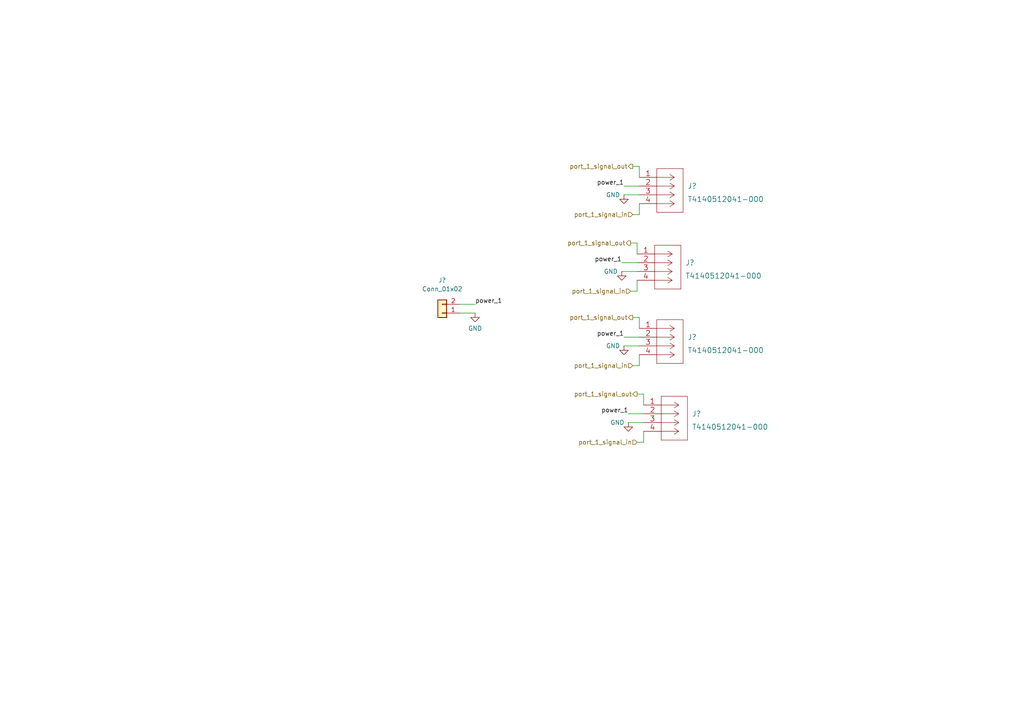
<source format=kicad_sch>
(kicad_sch (version 20211123) (generator eeschema)

  (uuid 518dfcbd-e43f-43be-88b4-a611d2122383)

  (paper "A4")

  (lib_symbols
    (symbol "Connector_Generic:Conn_01x02" (pin_names (offset 1.016) hide) (in_bom yes) (on_board yes)
      (property "Reference" "J" (id 0) (at 0 2.54 0)
        (effects (font (size 1.27 1.27)))
      )
      (property "Value" "Conn_01x02" (id 1) (at 0 -5.08 0)
        (effects (font (size 1.27 1.27)))
      )
      (property "Footprint" "" (id 2) (at 0 0 0)
        (effects (font (size 1.27 1.27)) hide)
      )
      (property "Datasheet" "~" (id 3) (at 0 0 0)
        (effects (font (size 1.27 1.27)) hide)
      )
      (property "ki_keywords" "connector" (id 4) (at 0 0 0)
        (effects (font (size 1.27 1.27)) hide)
      )
      (property "ki_description" "Generic connector, single row, 01x02, script generated (kicad-library-utils/schlib/autogen/connector/)" (id 5) (at 0 0 0)
        (effects (font (size 1.27 1.27)) hide)
      )
      (property "ki_fp_filters" "Connector*:*_1x??_*" (id 6) (at 0 0 0)
        (effects (font (size 1.27 1.27)) hide)
      )
      (symbol "Conn_01x02_1_1"
        (rectangle (start -1.27 -2.413) (end 0 -2.667)
          (stroke (width 0.1524) (type default) (color 0 0 0 0))
          (fill (type none))
        )
        (rectangle (start -1.27 0.127) (end 0 -0.127)
          (stroke (width 0.1524) (type default) (color 0 0 0 0))
          (fill (type none))
        )
        (rectangle (start -1.27 1.27) (end 1.27 -3.81)
          (stroke (width 0.254) (type default) (color 0 0 0 0))
          (fill (type background))
        )
        (pin passive line (at -5.08 0 0) (length 3.81)
          (name "Pin_1" (effects (font (size 1.27 1.27))))
          (number "1" (effects (font (size 1.27 1.27))))
        )
        (pin passive line (at -5.08 -2.54 0) (length 3.81)
          (name "Pin_2" (effects (font (size 1.27 1.27))))
          (number "2" (effects (font (size 1.27 1.27))))
        )
      )
    )
    (symbol "TE_Connectivity:T4140512041-000" (pin_names (offset 0.254) hide) (in_bom yes) (on_board yes)
      (property "Reference" "J" (id 0) (at 8.89 6.35 0)
        (effects (font (size 1.524 1.524)))
      )
      (property "Value" "T4140512041-000" (id 1) (at 8.89 -12.7 0)
        (effects (font (size 1.524 1.524)))
      )
      (property "Footprint" "CONN4_T4140512041" (id 2) (at 8.89 10.16 0)
        (effects (font (size 1.524 1.524)) hide)
      )
      (property "Datasheet" "" (id 3) (at 0 0 0)
        (effects (font (size 1.524 1.524)))
      )
      (property "ki_locked" "" (id 4) (at 0 0 0)
        (effects (font (size 1.27 1.27)))
      )
      (property "ki_fp_filters" "CONN4_T4140512041" (id 5) (at 0 0 0)
        (effects (font (size 1.27 1.27)) hide)
      )
      (symbol "T4140512041-000_1_1"
        (polyline
          (pts
            (xy 5.08 -10.16)
            (xy 12.7 -10.16)
          )
          (stroke (width 0.127) (type default) (color 0 0 0 0))
          (fill (type none))
        )
        (polyline
          (pts
            (xy 5.08 2.54)
            (xy 5.08 -10.16)
          )
          (stroke (width 0.127) (type default) (color 0 0 0 0))
          (fill (type none))
        )
        (polyline
          (pts
            (xy 10.16 -7.62)
            (xy 5.08 -7.62)
          )
          (stroke (width 0.127) (type default) (color 0 0 0 0))
          (fill (type none))
        )
        (polyline
          (pts
            (xy 10.16 -7.62)
            (xy 8.89 -8.4582)
          )
          (stroke (width 0.127) (type default) (color 0 0 0 0))
          (fill (type none))
        )
        (polyline
          (pts
            (xy 10.16 -7.62)
            (xy 8.89 -6.7818)
          )
          (stroke (width 0.127) (type default) (color 0 0 0 0))
          (fill (type none))
        )
        (polyline
          (pts
            (xy 10.16 -5.08)
            (xy 5.08 -5.08)
          )
          (stroke (width 0.127) (type default) (color 0 0 0 0))
          (fill (type none))
        )
        (polyline
          (pts
            (xy 10.16 -5.08)
            (xy 8.89 -5.9182)
          )
          (stroke (width 0.127) (type default) (color 0 0 0 0))
          (fill (type none))
        )
        (polyline
          (pts
            (xy 10.16 -5.08)
            (xy 8.89 -4.2418)
          )
          (stroke (width 0.127) (type default) (color 0 0 0 0))
          (fill (type none))
        )
        (polyline
          (pts
            (xy 10.16 -2.54)
            (xy 5.08 -2.54)
          )
          (stroke (width 0.127) (type default) (color 0 0 0 0))
          (fill (type none))
        )
        (polyline
          (pts
            (xy 10.16 -2.54)
            (xy 8.89 -3.3782)
          )
          (stroke (width 0.127) (type default) (color 0 0 0 0))
          (fill (type none))
        )
        (polyline
          (pts
            (xy 10.16 -2.54)
            (xy 8.89 -1.7018)
          )
          (stroke (width 0.127) (type default) (color 0 0 0 0))
          (fill (type none))
        )
        (polyline
          (pts
            (xy 10.16 0)
            (xy 5.08 0)
          )
          (stroke (width 0.127) (type default) (color 0 0 0 0))
          (fill (type none))
        )
        (polyline
          (pts
            (xy 10.16 0)
            (xy 8.89 -0.8382)
          )
          (stroke (width 0.127) (type default) (color 0 0 0 0))
          (fill (type none))
        )
        (polyline
          (pts
            (xy 10.16 0)
            (xy 8.89 0.8382)
          )
          (stroke (width 0.127) (type default) (color 0 0 0 0))
          (fill (type none))
        )
        (polyline
          (pts
            (xy 12.7 -10.16)
            (xy 12.7 2.54)
          )
          (stroke (width 0.127) (type default) (color 0 0 0 0))
          (fill (type none))
        )
        (polyline
          (pts
            (xy 12.7 2.54)
            (xy 5.08 2.54)
          )
          (stroke (width 0.127) (type default) (color 0 0 0 0))
          (fill (type none))
        )
        (pin unspecified line (at 0 0 0) (length 5.08)
          (name "1" (effects (font (size 1.4986 1.4986))))
          (number "1" (effects (font (size 1.4986 1.4986))))
        )
        (pin unspecified line (at 0 -2.54 0) (length 5.08)
          (name "2" (effects (font (size 1.4986 1.4986))))
          (number "2" (effects (font (size 1.4986 1.4986))))
        )
        (pin unspecified line (at 0 -5.08 0) (length 5.08)
          (name "3" (effects (font (size 1.4986 1.4986))))
          (number "3" (effects (font (size 1.4986 1.4986))))
        )
        (pin unspecified line (at 0 -7.62 0) (length 5.08)
          (name "4" (effects (font (size 1.4986 1.4986))))
          (number "4" (effects (font (size 1.4986 1.4986))))
        )
      )
    )
    (symbol "power:GND" (power) (pin_names (offset 0)) (in_bom yes) (on_board yes)
      (property "Reference" "#PWR" (id 0) (at 0 -6.35 0)
        (effects (font (size 1.27 1.27)) hide)
      )
      (property "Value" "GND" (id 1) (at 0 -3.81 0)
        (effects (font (size 1.27 1.27)))
      )
      (property "Footprint" "" (id 2) (at 0 0 0)
        (effects (font (size 1.27 1.27)) hide)
      )
      (property "Datasheet" "" (id 3) (at 0 0 0)
        (effects (font (size 1.27 1.27)) hide)
      )
      (property "ki_keywords" "power-flag" (id 4) (at 0 0 0)
        (effects (font (size 1.27 1.27)) hide)
      )
      (property "ki_description" "Power symbol creates a global label with name \"GND\" , ground" (id 5) (at 0 0 0)
        (effects (font (size 1.27 1.27)) hide)
      )
      (symbol "GND_0_1"
        (polyline
          (pts
            (xy 0 0)
            (xy 0 -1.27)
            (xy 1.27 -1.27)
            (xy 0 -2.54)
            (xy -1.27 -1.27)
            (xy 0 -1.27)
          )
          (stroke (width 0) (type default) (color 0 0 0 0))
          (fill (type none))
        )
      )
      (symbol "GND_1_1"
        (pin power_in line (at 0 0 270) (length 0) hide
          (name "GND" (effects (font (size 1.27 1.27))))
          (number "1" (effects (font (size 1.27 1.27))))
        )
      )
    )
  )


  (wire (pts (xy 185.42 48.26) (xy 183.515 48.26))
    (stroke (width 0) (type default) (color 0 0 0 0))
    (uuid 0b10c3f5-f96c-40a4-b32c-061a3b1125c6)
  )
  (wire (pts (xy 186.69 125.095) (xy 186.69 128.27))
    (stroke (width 0) (type default) (color 0 0 0 0))
    (uuid 1923f0ac-a99f-4e68-9d1c-7a82ebaf50a1)
  )
  (wire (pts (xy 185.42 92.075) (xy 185.42 95.25))
    (stroke (width 0) (type default) (color 0 0 0 0))
    (uuid 1a8a3cb3-cc9a-4af9-bf5a-f7b76598870e)
  )
  (wire (pts (xy 182.245 120.015) (xy 186.69 120.015))
    (stroke (width 0) (type default) (color 0 0 0 0))
    (uuid 1aca80a6-e6ab-48e4-abd3-915925ec9133)
  )
  (wire (pts (xy 184.785 81.28) (xy 184.785 84.455))
    (stroke (width 0) (type default) (color 0 0 0 0))
    (uuid 1ee9a594-7a64-488c-82c2-54aa8615b737)
  )
  (wire (pts (xy 180.975 100.33) (xy 185.42 100.33))
    (stroke (width 0) (type default) (color 0 0 0 0))
    (uuid 2b7884d8-0a69-4f30-8dcf-3086dd147e57)
  )
  (wire (pts (xy 185.42 48.26) (xy 185.42 51.435))
    (stroke (width 0) (type default) (color 0 0 0 0))
    (uuid 3728263d-40b1-4d4e-b14e-3a367e923d6e)
  )
  (wire (pts (xy 186.69 114.3) (xy 186.69 117.475))
    (stroke (width 0) (type default) (color 0 0 0 0))
    (uuid 3c6b4765-7759-48a5-b80a-9de897095555)
  )
  (wire (pts (xy 133.35 90.805) (xy 137.795 90.805))
    (stroke (width 0) (type default) (color 0 0 0 0))
    (uuid 4187a62f-779d-4dc5-9d8c-7277fec34ea1)
  )
  (wire (pts (xy 184.785 84.455) (xy 182.88 84.455))
    (stroke (width 0) (type default) (color 0 0 0 0))
    (uuid 431f57ca-6844-48a5-b091-a3495141ee37)
  )
  (wire (pts (xy 180.975 97.79) (xy 185.42 97.79))
    (stroke (width 0) (type default) (color 0 0 0 0))
    (uuid 4d64f1eb-df49-4efc-aaa0-2e44ccf3a618)
  )
  (wire (pts (xy 185.42 102.87) (xy 185.42 106.045))
    (stroke (width 0) (type default) (color 0 0 0 0))
    (uuid 65f7f9bb-dd56-4330-bdbd-dbf416335015)
  )
  (wire (pts (xy 180.34 78.74) (xy 184.785 78.74))
    (stroke (width 0) (type default) (color 0 0 0 0))
    (uuid 68ed2a87-be81-4b6a-a63a-4f6ad979de3c)
  )
  (wire (pts (xy 185.42 106.045) (xy 183.515 106.045))
    (stroke (width 0) (type default) (color 0 0 0 0))
    (uuid 725f0971-07a2-444c-b316-2ccf5737a7bb)
  )
  (wire (pts (xy 180.975 56.515) (xy 185.42 56.515))
    (stroke (width 0) (type default) (color 0 0 0 0))
    (uuid 72607f77-b7d0-4f70-8794-dcc4f957816b)
  )
  (wire (pts (xy 185.42 62.23) (xy 183.515 62.23))
    (stroke (width 0) (type default) (color 0 0 0 0))
    (uuid 74b788dd-c2de-4668-a1c2-2def35188a3c)
  )
  (wire (pts (xy 180.34 76.2) (xy 184.785 76.2))
    (stroke (width 0) (type default) (color 0 0 0 0))
    (uuid 8664ddab-a05b-47ff-8bf0-3d70ce71dfd9)
  )
  (wire (pts (xy 186.69 128.27) (xy 184.785 128.27))
    (stroke (width 0) (type default) (color 0 0 0 0))
    (uuid 8e2ff6e6-a2b2-4a90-93cb-bc512750e421)
  )
  (wire (pts (xy 184.785 70.485) (xy 184.785 73.66))
    (stroke (width 0) (type default) (color 0 0 0 0))
    (uuid ad6842db-1205-408f-82bd-7ef167014a99)
  )
  (wire (pts (xy 185.42 59.055) (xy 185.42 62.23))
    (stroke (width 0) (type default) (color 0 0 0 0))
    (uuid b430c37e-5525-4cef-a536-755e800e28ff)
  )
  (wire (pts (xy 182.245 122.555) (xy 186.69 122.555))
    (stroke (width 0) (type default) (color 0 0 0 0))
    (uuid c40debdc-3f4e-4a95-8cc2-d458111e917e)
  )
  (wire (pts (xy 133.35 88.265) (xy 137.795 88.265))
    (stroke (width 0) (type default) (color 0 0 0 0))
    (uuid cbdedd47-9a1b-4216-b73c-a999b7b6598d)
  )
  (wire (pts (xy 180.975 53.975) (xy 185.42 53.975))
    (stroke (width 0) (type default) (color 0 0 0 0))
    (uuid cd5ff112-60e5-49f5-a2e1-b1b8a3a2773a)
  )
  (wire (pts (xy 186.69 114.3) (xy 184.785 114.3))
    (stroke (width 0) (type default) (color 0 0 0 0))
    (uuid d47428bb-46d9-43f9-95fe-1dcc9df96e1e)
  )
  (wire (pts (xy 184.785 70.485) (xy 182.88 70.485))
    (stroke (width 0) (type default) (color 0 0 0 0))
    (uuid d99fda2f-3270-407f-a03b-8cefacd48b0f)
  )
  (wire (pts (xy 185.42 92.075) (xy 183.515 92.075))
    (stroke (width 0) (type default) (color 0 0 0 0))
    (uuid eeb8c839-4a88-4b64-ad25-8443a0d5a45c)
  )

  (label "power_1" (at 180.975 53.975 180)
    (effects (font (size 1.27 1.27)) (justify right bottom))
    (uuid 0225517b-c5fe-4428-837b-c2a193e9a7a6)
  )
  (label "power_1" (at 180.34 76.2 180)
    (effects (font (size 1.27 1.27)) (justify right bottom))
    (uuid 5281cc5f-330b-4b54-86c9-120cb0a67185)
  )
  (label "power_1" (at 182.245 120.015 180)
    (effects (font (size 1.27 1.27)) (justify right bottom))
    (uuid 5e7dbf6d-ca2e-440f-ab45-1940770c2330)
  )
  (label "power_1" (at 180.975 97.79 180)
    (effects (font (size 1.27 1.27)) (justify right bottom))
    (uuid a9ccb9a6-51ea-4c71-975a-f7ec6841afa9)
  )
  (label "power_1" (at 137.795 88.265 0)
    (effects (font (size 1.27 1.27)) (justify left bottom))
    (uuid ea2af3f1-25bf-403d-8ba3-b5f2bf5ea178)
  )

  (hierarchical_label "port_1_signal_in" (shape input) (at 183.515 62.23 180)
    (effects (font (size 1.27 1.27)) (justify right))
    (uuid 28ba0bb2-b7ed-428c-b3aa-7c2b1315e76f)
  )
  (hierarchical_label "port_1_signal_in" (shape input) (at 183.515 106.045 180)
    (effects (font (size 1.27 1.27)) (justify right))
    (uuid 590a8fbd-37f6-43ed-85f5-d8a57ff45b64)
  )
  (hierarchical_label "port_1_signal_out" (shape output) (at 182.88 70.485 180)
    (effects (font (size 1.27 1.27)) (justify right))
    (uuid 6f07e76f-5cd5-4a98-8e93-9396d4f886ca)
  )
  (hierarchical_label "port_1_signal_in" (shape input) (at 182.88 84.455 180)
    (effects (font (size 1.27 1.27)) (justify right))
    (uuid 72d02778-e04f-4940-800a-eddc26ee5841)
  )
  (hierarchical_label "port_1_signal_in" (shape input) (at 184.785 128.27 180)
    (effects (font (size 1.27 1.27)) (justify right))
    (uuid 7cc9ccba-2d80-49e3-8080-ff9c00004161)
  )
  (hierarchical_label "port_1_signal_out" (shape output) (at 183.515 92.075 180)
    (effects (font (size 1.27 1.27)) (justify right))
    (uuid 8b359a02-47d0-4f46-9486-2ebbf031b9d4)
  )
  (hierarchical_label "port_1_signal_out" (shape output) (at 183.515 48.26 180)
    (effects (font (size 1.27 1.27)) (justify right))
    (uuid 8f459c92-d985-4e80-966d-0baa4cb0ad98)
  )
  (hierarchical_label "port_1_signal_out" (shape output) (at 184.785 114.3 180)
    (effects (font (size 1.27 1.27)) (justify right))
    (uuid 95cd0fed-8def-4adc-b53f-6e00b64de3b6)
  )

  (symbol (lib_id "Connector_Generic:Conn_01x02") (at 128.27 90.805 180) (unit 1)
    (in_bom yes) (on_board yes) (fields_autoplaced)
    (uuid 17af43a1-ccd3-436e-9f5b-b35a18a96c53)
    (property "Reference" "J?" (id 0) (at 128.27 81.28 0))
    (property "Value" "Conn_01x02" (id 1) (at 128.27 83.82 0))
    (property "Footprint" "" (id 2) (at 128.27 90.805 0)
      (effects (font (size 1.27 1.27)) hide)
    )
    (property "Datasheet" "~" (id 3) (at 128.27 90.805 0)
      (effects (font (size 1.27 1.27)) hide)
    )
    (pin "1" (uuid 589f814f-5904-4a64-b8de-f6d3aa2c73bb))
    (pin "2" (uuid 38c7ff25-d798-4753-a865-182f6deeac80))
  )

  (symbol (lib_id "TE_Connectivity:T4140512041-000") (at 185.42 51.435 0) (unit 1)
    (in_bom yes) (on_board yes) (fields_autoplaced)
    (uuid 952ae40f-9eb1-4fe9-acc7-516dc8f0c450)
    (property "Reference" "J?" (id 0) (at 199.39 53.975 0)
      (effects (font (size 1.524 1.524)) (justify left))
    )
    (property "Value" "T4140512041-000" (id 1) (at 199.39 57.785 0)
      (effects (font (size 1.524 1.524)) (justify left))
    )
    (property "Footprint" "CONN4_T4140512041" (id 2) (at 194.31 41.275 0)
      (effects (font (size 1.524 1.524)) hide)
    )
    (property "Datasheet" "" (id 3) (at 185.42 51.435 0)
      (effects (font (size 1.524 1.524)))
    )
    (pin "1" (uuid 0f996acf-23f3-43fc-9fea-eedf1fd9efef))
    (pin "2" (uuid 3c4b66a0-b526-48e2-a46f-6022aaf23df8))
    (pin "3" (uuid 2f6f9c0d-8b49-4735-88cd-65b9c749c851))
    (pin "4" (uuid ae6fa703-faaf-4d16-8133-8efbb22581c5))
  )

  (symbol (lib_id "TE_Connectivity:T4140512041-000") (at 186.69 117.475 0) (unit 1)
    (in_bom yes) (on_board yes) (fields_autoplaced)
    (uuid a18a7ef6-54e1-459c-84f4-3c94b2c033b6)
    (property "Reference" "J?" (id 0) (at 200.66 120.015 0)
      (effects (font (size 1.524 1.524)) (justify left))
    )
    (property "Value" "T4140512041-000" (id 1) (at 200.66 123.825 0)
      (effects (font (size 1.524 1.524)) (justify left))
    )
    (property "Footprint" "CONN4_T4140512041" (id 2) (at 195.58 107.315 0)
      (effects (font (size 1.524 1.524)) hide)
    )
    (property "Datasheet" "" (id 3) (at 186.69 117.475 0)
      (effects (font (size 1.524 1.524)))
    )
    (pin "1" (uuid 6f0b231f-b451-44e2-b3cf-e49df51588f8))
    (pin "2" (uuid 369d2a4a-7ee7-4810-9bcc-1e481922db1f))
    (pin "3" (uuid 4b663b99-42bf-42ac-a786-3221b15327fb))
    (pin "4" (uuid d5314bc0-5345-4ce4-b5d8-8ffb0f6ca4ac))
  )

  (symbol (lib_id "power:GND") (at 137.795 90.805 0) (unit 1)
    (in_bom yes) (on_board yes) (fields_autoplaced)
    (uuid aa2a10a2-00e8-4cbf-ae5c-8ac076c3dac4)
    (property "Reference" "#PWR?" (id 0) (at 137.795 97.155 0)
      (effects (font (size 1.27 1.27)) hide)
    )
    (property "Value" "GND" (id 1) (at 137.795 95.25 0))
    (property "Footprint" "" (id 2) (at 137.795 90.805 0)
      (effects (font (size 1.27 1.27)) hide)
    )
    (property "Datasheet" "" (id 3) (at 137.795 90.805 0)
      (effects (font (size 1.27 1.27)) hide)
    )
    (pin "1" (uuid e19667d7-db9c-46d3-ac85-89c86f4d21ea))
  )

  (symbol (lib_id "power:GND") (at 182.245 122.555 0) (unit 1)
    (in_bom yes) (on_board yes)
    (uuid b0b5dde8-2b55-4baa-85c5-f1606611f7a5)
    (property "Reference" "#PWR?" (id 0) (at 182.245 128.905 0)
      (effects (font (size 1.27 1.27)) hide)
    )
    (property "Value" "GND" (id 1) (at 179.07 122.555 0))
    (property "Footprint" "" (id 2) (at 182.245 122.555 0)
      (effects (font (size 1.27 1.27)) hide)
    )
    (property "Datasheet" "" (id 3) (at 182.245 122.555 0)
      (effects (font (size 1.27 1.27)) hide)
    )
    (pin "1" (uuid 865bf490-9da7-40f2-bcb6-bde0a6348661))
  )

  (symbol (lib_id "power:GND") (at 180.975 56.515 0) (unit 1)
    (in_bom yes) (on_board yes)
    (uuid c8ea119c-8055-419b-86a0-20e14190ee82)
    (property "Reference" "#PWR?" (id 0) (at 180.975 62.865 0)
      (effects (font (size 1.27 1.27)) hide)
    )
    (property "Value" "GND" (id 1) (at 177.8 56.515 0))
    (property "Footprint" "" (id 2) (at 180.975 56.515 0)
      (effects (font (size 1.27 1.27)) hide)
    )
    (property "Datasheet" "" (id 3) (at 180.975 56.515 0)
      (effects (font (size 1.27 1.27)) hide)
    )
    (pin "1" (uuid cc75978a-c8f7-4855-a8d0-d873cb86913b))
  )

  (symbol (lib_id "power:GND") (at 180.34 78.74 0) (unit 1)
    (in_bom yes) (on_board yes)
    (uuid cd478bb5-6992-4883-92a4-49000a8ab72a)
    (property "Reference" "#PWR?" (id 0) (at 180.34 85.09 0)
      (effects (font (size 1.27 1.27)) hide)
    )
    (property "Value" "GND" (id 1) (at 177.165 78.74 0))
    (property "Footprint" "" (id 2) (at 180.34 78.74 0)
      (effects (font (size 1.27 1.27)) hide)
    )
    (property "Datasheet" "" (id 3) (at 180.34 78.74 0)
      (effects (font (size 1.27 1.27)) hide)
    )
    (pin "1" (uuid e0972e21-1d35-449f-86f1-ff4edadee69f))
  )

  (symbol (lib_id "power:GND") (at 180.975 100.33 0) (unit 1)
    (in_bom yes) (on_board yes)
    (uuid cf8359ab-aa4d-4d82-9271-e3ecef3d40f7)
    (property "Reference" "#PWR?" (id 0) (at 180.975 106.68 0)
      (effects (font (size 1.27 1.27)) hide)
    )
    (property "Value" "GND" (id 1) (at 177.8 100.33 0))
    (property "Footprint" "" (id 2) (at 180.975 100.33 0)
      (effects (font (size 1.27 1.27)) hide)
    )
    (property "Datasheet" "" (id 3) (at 180.975 100.33 0)
      (effects (font (size 1.27 1.27)) hide)
    )
    (pin "1" (uuid f2a2d7ae-c294-4b5d-a610-2016827f5275))
  )

  (symbol (lib_id "TE_Connectivity:T4140512041-000") (at 184.785 73.66 0) (unit 1)
    (in_bom yes) (on_board yes) (fields_autoplaced)
    (uuid d604ada4-8882-46c9-b110-ef191646dace)
    (property "Reference" "J?" (id 0) (at 198.755 76.2 0)
      (effects (font (size 1.524 1.524)) (justify left))
    )
    (property "Value" "T4140512041-000" (id 1) (at 198.755 80.01 0)
      (effects (font (size 1.524 1.524)) (justify left))
    )
    (property "Footprint" "CONN4_T4140512041" (id 2) (at 193.675 63.5 0)
      (effects (font (size 1.524 1.524)) hide)
    )
    (property "Datasheet" "" (id 3) (at 184.785 73.66 0)
      (effects (font (size 1.524 1.524)))
    )
    (pin "1" (uuid d97e7e26-f56b-405f-9f50-af0fe601cdc5))
    (pin "2" (uuid e38beda4-d634-4f57-8d18-f2ee3381c381))
    (pin "3" (uuid f9b24b6f-e0db-4e49-ab8e-95b93c25529f))
    (pin "4" (uuid 96464db9-5e7b-4a8c-8746-1f1974b7504d))
  )

  (symbol (lib_id "TE_Connectivity:T4140512041-000") (at 185.42 95.25 0) (unit 1)
    (in_bom yes) (on_board yes) (fields_autoplaced)
    (uuid eec63e33-1d5f-46c6-824f-100d76729172)
    (property "Reference" "J?" (id 0) (at 199.39 97.79 0)
      (effects (font (size 1.524 1.524)) (justify left))
    )
    (property "Value" "T4140512041-000" (id 1) (at 199.39 101.6 0)
      (effects (font (size 1.524 1.524)) (justify left))
    )
    (property "Footprint" "CONN4_T4140512041" (id 2) (at 194.31 85.09 0)
      (effects (font (size 1.524 1.524)) hide)
    )
    (property "Datasheet" "" (id 3) (at 185.42 95.25 0)
      (effects (font (size 1.524 1.524)))
    )
    (pin "1" (uuid 26cfa9f5-f108-4ca9-9a05-54c3ac175e5e))
    (pin "2" (uuid 11565ed3-333b-4222-82b9-fd7144adafba))
    (pin "3" (uuid 161e3b28-c916-43ae-bd9a-cf22dcd227f4))
    (pin "4" (uuid 031b2276-2c87-4e56-8275-2313dd59f4d4))
  )
)

</source>
